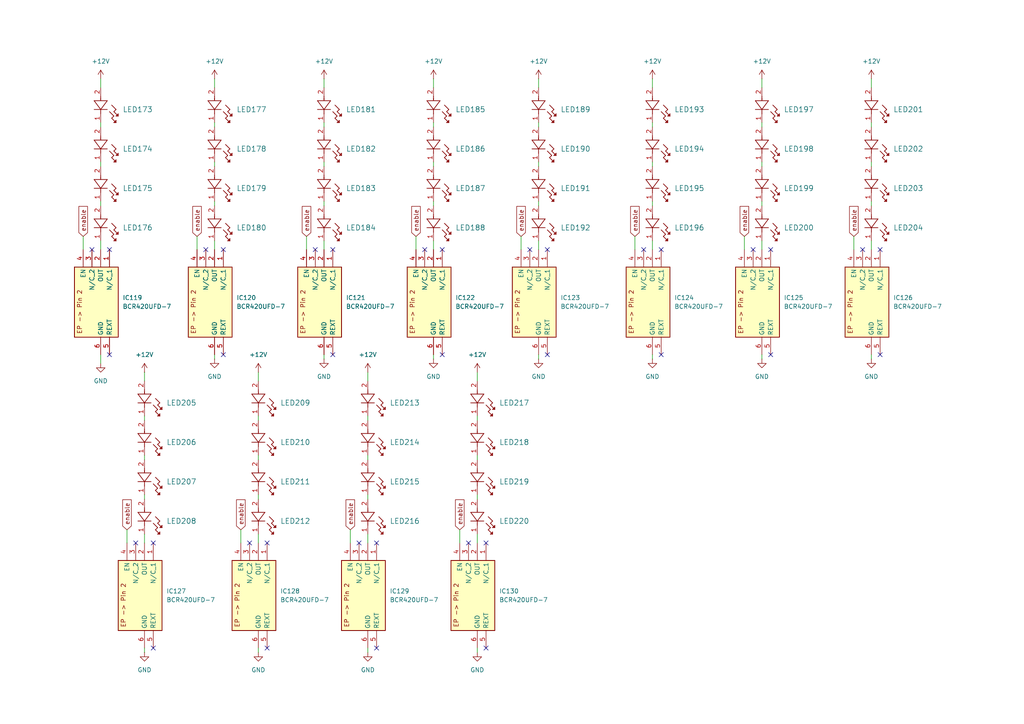
<source format=kicad_sch>
(kicad_sch (version 20250114) (generator "eeschema") (generator_version "9.0")
  (paper "A4")
  (no_connect (at 158.75 72.39))
  (no_connect (at 77.47 157.48))
  (no_connect (at 77.47 187.96))
  (no_connect (at 96.52 72.39))
  (no_connect (at 158.75 102.87))
  (no_connect (at 250.19 72.39))
  (no_connect (at 72.39 157.48))
  (no_connect (at 109.22 157.48))
  (no_connect (at 223.52 102.87))
  (no_connect (at 128.27 72.39))
  (no_connect (at 135.89 157.48))
  (no_connect (at 91.44 72.39))
  (no_connect (at 44.45 157.48))
  (no_connect (at 109.22 187.96))
  (no_connect (at 59.69 72.39))
  (no_connect (at 186.69 72.39))
  (no_connect (at 31.75 72.39))
  (no_connect (at 218.44 72.39))
  (no_connect (at 140.97 187.96))
  (no_connect (at 128.27 102.87))
  (no_connect (at 191.77 102.87))
  (no_connect (at 39.37 157.48))
  (no_connect (at 153.67 72.39))
  (no_connect (at 123.19 72.39))
  (no_connect (at 255.27 102.87))
  (no_connect (at 255.27 72.39))
  (no_connect (at 223.52 72.39))
  (no_connect (at 26.67 72.39))
  (no_connect (at 64.77 72.39))
  (no_connect (at 44.45 187.96))
  (no_connect (at 96.52 102.87))
  (no_connect (at 140.97 157.48))
  (no_connect (at 191.77 72.39))
  (no_connect (at 31.75 102.87))
  (no_connect (at 64.77 102.87))
  (no_connect (at 104.14 157.48))
  (wire (pts (xy 252.73 69.85) (xy 252.73 72.39)))
  (wire (pts (xy 93.98 104.14) (xy 93.98 102.87)))
  (wire (pts (xy 93.98 69.85) (xy 93.98 72.39)))
  (wire (pts (xy 93.98 46.99) (xy 93.98 48.26)))
  (wire (pts (xy 36.83 153.67) (xy 36.83 157.48)))
  (wire (pts (xy 138.43 154.94) (xy 138.43 157.48)))
  (wire (pts (xy 252.73 46.99) (xy 252.73 48.26)))
  (wire (pts (xy 74.93 107.95) (xy 74.93 110.49)))
  (wire (pts (xy 138.43 143.51) (xy 138.43 144.78)))
  (wire (pts (xy 74.93 143.51) (xy 74.93 144.78)))
  (wire (pts (xy 62.23 46.99) (xy 62.23 48.26)))
  (wire (pts (xy 220.98 58.42) (xy 220.98 59.69)))
  (wire (pts (xy 247.65 68.58) (xy 247.65 72.39)))
  (wire (pts (xy 74.93 189.23) (xy 74.93 187.96)))
  (wire (pts (xy 125.73 35.56) (xy 125.73 36.83)))
  (wire (pts (xy 41.91 143.51) (xy 41.91 144.78)))
  (wire (pts (xy 156.21 58.42) (xy 156.21 59.69)))
  (wire (pts (xy 41.91 107.95) (xy 41.91 110.49)))
  (wire (pts (xy 156.21 35.56) (xy 156.21 36.83)))
  (wire (pts (xy 220.98 22.86) (xy 220.98 25.4)))
  (wire (pts (xy 106.68 189.23) (xy 106.68 187.96)))
  (wire (pts (xy 252.73 22.86) (xy 252.73 25.4)))
  (wire (pts (xy 74.93 154.94) (xy 74.93 157.48)))
  (wire (pts (xy 57.15 68.58) (xy 57.15 72.39)))
  (wire (pts (xy 62.23 58.42) (xy 62.23 59.69)))
  (wire (pts (xy 106.68 107.95) (xy 106.68 110.49)))
  (wire (pts (xy 62.23 104.14) (xy 62.23 102.87)))
  (wire (pts (xy 189.23 58.42) (xy 189.23 59.69)))
  (wire (pts (xy 189.23 35.56) (xy 189.23 36.83)))
  (wire (pts (xy 184.15 68.58) (xy 184.15 72.39)))
  (wire (pts (xy 156.21 22.86) (xy 156.21 25.4)))
  (wire (pts (xy 24.13 68.58) (xy 24.13 72.39)))
  (wire (pts (xy 133.35 153.67) (xy 133.35 157.48)))
  (wire (pts (xy 151.13 68.58) (xy 151.13 72.39)))
  (wire (pts (xy 125.73 69.85) (xy 125.73 72.39)))
  (wire (pts (xy 189.23 104.14) (xy 189.23 102.87)))
  (wire (pts (xy 106.68 132.08) (xy 106.68 133.35)))
  (wire (pts (xy 62.23 69.85) (xy 62.23 72.39)))
  (wire (pts (xy 220.98 69.85) (xy 220.98 72.39)))
  (wire (pts (xy 41.91 189.23) (xy 41.91 187.96)))
  (wire (pts (xy 125.73 46.99) (xy 125.73 48.26)))
  (wire (pts (xy 125.73 104.14) (xy 125.73 102.87)))
  (wire (pts (xy 189.23 46.99) (xy 189.23 48.26)))
  (wire (pts (xy 220.98 35.56) (xy 220.98 36.83)))
  (wire (pts (xy 41.91 132.08) (xy 41.91 133.35)))
  (wire (pts (xy 138.43 120.65) (xy 138.43 121.92)))
  (wire (pts (xy 29.21 102.87) (xy 29.21 105.41)))
  (wire (pts (xy 138.43 189.23) (xy 138.43 187.96)))
  (wire (pts (xy 252.73 104.14) (xy 252.73 102.87)))
  (wire (pts (xy 189.23 69.85) (xy 189.23 72.39)))
  (wire (pts (xy 156.21 104.14) (xy 156.21 102.87)))
  (wire (pts (xy 156.21 46.99) (xy 156.21 48.26)))
  (wire (pts (xy 220.98 104.14) (xy 220.98 102.87)))
  (wire (pts (xy 74.93 120.65) (xy 74.93 121.92)))
  (wire (pts (xy 93.98 58.42) (xy 93.98 59.69)))
  (wire (pts (xy 220.98 46.99) (xy 220.98 48.26)))
  (wire (pts (xy 101.6 153.67) (xy 101.6 157.48)))
  (wire (pts (xy 252.73 58.42) (xy 252.73 59.69)))
  (wire (pts (xy 29.21 22.86) (xy 29.21 25.4)))
  (wire (pts (xy 41.91 120.65) (xy 41.91 121.92)))
  (wire (pts (xy 93.98 35.56) (xy 93.98 36.83)))
  (wire (pts (xy 125.73 58.42) (xy 125.73 59.69)))
  (wire (pts (xy 74.93 132.08) (xy 74.93 133.35)))
  (wire (pts (xy 93.98 22.86) (xy 93.98 25.4)))
  (wire (pts (xy 29.21 58.42) (xy 29.21 59.69)))
  (wire (pts (xy 252.73 35.56) (xy 252.73 36.83)))
  (wire (pts (xy 62.23 35.56) (xy 62.23 36.83)))
  (wire (pts (xy 106.68 143.51) (xy 106.68 144.78)))
  (wire (pts (xy 215.9 68.58) (xy 215.9 72.39)))
  (wire (pts (xy 62.23 22.86) (xy 62.23 25.4)))
  (wire (pts (xy 69.85 153.67) (xy 69.85 157.48)))
  (wire (pts (xy 189.23 22.86) (xy 189.23 25.4)))
  (wire (pts (xy 125.73 22.86) (xy 125.73 25.4)))
  (wire (pts (xy 29.21 69.85) (xy 29.21 72.39)))
  (wire (pts (xy 88.9 68.58) (xy 88.9 72.39)))
  (wire (pts (xy 106.68 120.65) (xy 106.68 121.92)))
  (wire (pts (xy 120.65 68.58) (xy 120.65 72.39)))
  (wire (pts (xy 29.21 35.56) (xy 29.21 36.83)))
  (wire (pts (xy 138.43 132.08) (xy 138.43 133.35)))
  (wire (pts (xy 29.21 46.99) (xy 29.21 48.26)))
  (wire (pts (xy 106.68 154.94) (xy 106.68 157.48)))
  (wire (pts (xy 41.91 154.94) (xy 41.91 157.48)))
  (wire (pts (xy 138.43 107.95) (xy 138.43 110.49)))
  (wire (pts (xy 156.21 69.85) (xy 156.21 72.39)))
  (global_label "enable" (shape input) (at 101.6 153.67 90) (property "Intersheetrefs" "${INTERSHEET_REFS}" (effects (hide yes))))
  (global_label "enable" (shape input) (at 36.83 153.67 90) (property "Intersheetrefs" "${INTERSHEET_REFS}" (effects (hide yes))))
  (global_label "enable" (shape input) (at 184.15 68.58 90) (property "Intersheetrefs" "${INTERSHEET_REFS}" (effects (hide yes))))
  (global_label "enable" (shape input) (at 151.13 68.58 90) (property "Intersheetrefs" "${INTERSHEET_REFS}" (effects (hide yes))))
  (global_label "enable" (shape input) (at 247.65 68.58 90) (property "Intersheetrefs" "${INTERSHEET_REFS}" (effects (hide yes))))
  (global_label "enable" (shape input) (at 57.15 68.58 90) (property "Intersheetrefs" "${INTERSHEET_REFS}" (effects (hide yes))))
  (global_label "enable" (shape input) (at 215.9 68.58 90) (property "Intersheetrefs" "${INTERSHEET_REFS}" (effects (hide yes))))
  (global_label "enable" (shape input) (at 24.13 68.58 90) (property "Intersheetrefs" "${INTERSHEET_REFS}" (effects (hide yes))))
  (global_label "enable" (shape input) (at 120.65 68.58 90) (property "Intersheetrefs" "${INTERSHEET_REFS}" (effects (hide yes))))
  (global_label "enable" (shape input) (at 133.35 153.67 90) (property "Intersheetrefs" "${INTERSHEET_REFS}" (effects (hide yes))))
  (global_label "enable" (shape input) (at 69.85 153.67 90) (property "Intersheetrefs" "${INTERSHEET_REFS}" (effects (hide yes))))
  (global_label "enable" (shape input) (at 88.9 68.58 90) (property "Intersheetrefs" "${INTERSHEET_REFS}" (effects (hide yes))))
  (symbol (lib_id "Treiber:BCR420UFD-7") (at 77.47 157.48 270) (unit 1) (exclude_from_sim yes)
    (property "Reference" "IC128" (at 81.28 171.4499 90) (effects (justify left)))
    (property "Value" "BCR420UFD-7" (at 81.28 173.9899 90) (effects (justify left)))
    (property "Footprint" "AP2301SN7" (effects (hide yes)))
    (property "Datasheet" "https://www.diodes.com//assets/Datasheets/BCR420UFD-BCR421UFD2.pdf" (effects (hide yes)))
    (property "Description" "Linear LED Driver 200mA 40V U-DFN2020-6" (effects (hide yes)))
    (property "Height" "0.63" (effects (hide yes)))
    (property "Mouser Part Number" "621-BCR420UFD-7" (effects (hide yes)))
    (property "Mouser Price/Stock" "https://www.mouser.co.uk/ProductDetail/Diodes-Incorporated/BCR420UFD-7?qs=5666Nh5RPmYf%2Flo2mZKyZA%3D%3D" (effects (hide yes)))
    (property "Manufacturer_Name" "Diodes Incorporated" (effects (hide yes)))
    (property "Manufacturer_Part_Number" "BCR420UFD-7" (effects (hide yes)))
    (property "Sim.Library" "Lib\\BCR420UFD.lib" (effects (hide yes)))
    (property "Sim.Name" "BCR420UFD" (effects (hide yes)))
    (property "Sim.Device" "SUBCKT" (effects (hide yes)))
    (property "Sim.Pins" "1=1 2=2 3=3 4=4 5=5 6=6" (effects (hide yes)))
  )
  (symbol (lib_id "Projekt:KW_DELPS2.RA-TIVH-FK0PM0-Z555") (at 74.93 110.49 270) (unit 1) (exclude_from_sim yes)
    (property "Reference" "LED209" (at 81.28 116.8399 90) (effects (font (size 1.524 1.524)) (justify left)))
    (property "Value" "KW DELPS2.RA-TIVH-FK0PM0-Z555" (effects (hide yes)))
    (property "Footprint" "LED_KW DELPS2.RA_OSR" (effects (hide yes)))
    (property "Datasheet" "KW DELPS2.RA-TIVH-FK0PM0-Z555" (effects (hide yes)))
    (property "Sim.Library" "Lib\\KW_DELPS2.RA.lib" (effects (hide yes)))
    (property "Sim.Name" "KW_DELPS2.RA_x25y27_typ" (effects (hide yes)))
    (property "Sim.Device" "D" (effects (hide yes)))
    (property "Sim.Pins" "1=A 2=K" (effects (hide yes)))
  )
  (symbol (lib_id "Projekt:KW_DELPS2.RA-TIVH-FK0PM0-Z555") (at 29.21 59.69 270) (unit 1)
    (property "Reference" "LED176" (at 35.56 66.0399 90) (effects (font (size 1.524 1.524)) (justify left)))
    (property "Value" "${SIM.PARAMS}" (effects (hide yes)))
    (property "Footprint" "LED_KW DELPS2.RA_OSR" (effects (hide yes)))
    (property "Datasheet" "KW DELPS2.RA-TIVH-FK0PM0-Z555" (effects (hide yes)))
    (property "Sim.Device" "D" (effects (hide yes)))
    (property "Sim.Pins" "1=A 2=K" (effects (hide yes)))
    (property "Sim.Library" "Lib\\KW_DELPS2.RA.lib" (effects (hide yes)))
    (property "Sim.Name" "KW_DELPS2.RA_x25y27_typ" (effects (hide yes)))
  )
  (symbol (lib_id "power:GND") (at 252.73 104.14 0) (unit 1) (exclude_from_sim yes)
    (property "Reference" "#PWR0178" (effects (hide yes)))
    (property "Value" "GND" (at 252.73 109.22 0))
    (property "Description" "Power symbol creates a global label with name \"GND\" , ground" (effects (hide yes)))
  )
  (symbol (lib_id "Projekt:KW_DELPS2.RA-TIVH-FK0PM0-Z555") (at 220.98 25.4 270) (unit 1) (exclude_from_sim yes)
    (property "Reference" "LED197" (at 227.33 31.7499 90) (effects (font (size 1.524 1.524)) (justify left)))
    (property "Value" "KW DELPS2.RA-TIVH-FK0PM0-Z555" (effects (hide yes)))
    (property "Footprint" "LED_KW DELPS2.RA_OSR" (effects (hide yes)))
    (property "Datasheet" "KW DELPS2.RA-TIVH-FK0PM0-Z555" (effects (hide yes)))
    (property "Sim.Library" "Lib\\KW_DELPS2.RA.lib" (effects (hide yes)))
    (property "Sim.Name" "KW_DELPS2.RA_x25y27_typ" (effects (hide yes)))
    (property "Sim.Device" "D" (effects (hide yes)))
    (property "Sim.Pins" "1=A 2=K" (effects (hide yes)))
  )
  (symbol (lib_id "Projekt:KW_DELPS2.RA-TIVH-FK0PM0-Z555") (at 41.91 133.35 270) (unit 1) (exclude_from_sim yes)
    (property "Reference" "LED207" (at 48.26 139.6999 90) (effects (font (size 1.524 1.524)) (justify left)))
    (property "Value" "KW DELPS2.RA-TIVH-FK0PM0-Z555" (effects (hide yes)))
    (property "Footprint" "LED_KW DELPS2.RA_OSR" (effects (hide yes)))
    (property "Datasheet" "KW DELPS2.RA-TIVH-FK0PM0-Z555" (effects (hide yes)))
    (property "Sim.Library" "Lib\\KW_DELPS2.RA.lib" (effects (hide yes)))
    (property "Sim.Name" "KW_DELPS2.RA_x25y27_typ" (effects (hide yes)))
    (property "Sim.Device" "D" (effects (hide yes)))
    (property "Sim.Pins" "1=A 2=K" (effects (hide yes)))
  )
  (symbol (lib_id "Projekt:KW_DELPS2.RA-TIVH-FK0PM0-Z555") (at 74.93 133.35 270) (unit 1) (exclude_from_sim yes)
    (property "Reference" "LED211" (at 81.28 139.6999 90) (effects (font (size 1.524 1.524)) (justify left)))
    (property "Value" "KW DELPS2.RA-TIVH-FK0PM0-Z555" (effects (hide yes)))
    (property "Footprint" "LED_KW DELPS2.RA_OSR" (effects (hide yes)))
    (property "Datasheet" "KW DELPS2.RA-TIVH-FK0PM0-Z555" (effects (hide yes)))
    (property "Sim.Library" "Lib\\KW_DELPS2.RA.lib" (effects (hide yes)))
    (property "Sim.Name" "KW_DELPS2.RA_x25y27_typ" (effects (hide yes)))
    (property "Sim.Device" "D" (effects (hide yes)))
    (property "Sim.Pins" "1=A 2=K" (effects (hide yes)))
  )
  (symbol (lib_id "power:+12V") (at 74.93 107.95 0) (unit 1) (exclude_from_sim yes)
    (property "Reference" "#PWR0183" (effects (hide yes)))
    (property "Value" "+12V" (at 74.93 102.87 0))
    (property "Description" "Power symbol creates a global label with name \"+12V\"" (effects (hide yes)))
  )
  (symbol (lib_id "Projekt:KW_DELPS2.RA-TIVH-FK0PM0-Z555") (at 93.98 59.69 270) (unit 1) (exclude_from_sim yes)
    (property "Reference" "LED184" (at 100.33 66.0399 90) (effects (font (size 1.524 1.524)) (justify left)))
    (property "Value" "KW DELPS2.RA-TIVH-FK0PM0-Z555" (effects (hide yes)))
    (property "Footprint" "LED_KW DELPS2.RA_OSR" (effects (hide yes)))
    (property "Datasheet" "KW DELPS2.RA-TIVH-FK0PM0-Z555" (effects (hide yes)))
    (property "Sim.Library" "Lib\\KW_DELPS2.RA.lib" (effects (hide yes)))
    (property "Sim.Name" "KW_DELPS2.RA_x25y27_typ" (effects (hide yes)))
    (property "Sim.Device" "D" (effects (hide yes)))
    (property "Sim.Pins" "1=A 2=K" (effects (hide yes)))
  )
  (symbol (lib_id "Projekt:KW_DELPS2.RA-TIVH-FK0PM0-Z555") (at 220.98 48.26 270) (unit 1) (exclude_from_sim yes)
    (property "Reference" "LED199" (at 227.33 54.6099 90) (effects (font (size 1.524 1.524)) (justify left)))
    (property "Value" "KW DELPS2.RA-TIVH-FK0PM0-Z555" (effects (hide yes)))
    (property "Footprint" "LED_KW DELPS2.RA_OSR" (effects (hide yes)))
    (property "Datasheet" "KW DELPS2.RA-TIVH-FK0PM0-Z555" (effects (hide yes)))
    (property "Sim.Library" "Lib\\KW_DELPS2.RA.lib" (effects (hide yes)))
    (property "Sim.Name" "KW_DELPS2.RA_x25y27_typ" (effects (hide yes)))
    (property "Sim.Device" "D" (effects (hide yes)))
    (property "Sim.Pins" "1=A 2=K" (effects (hide yes)))
  )
  (symbol (lib_id "power:+12V") (at 252.73 22.86 0) (unit 1) (exclude_from_sim yes)
    (property "Reference" "#PWR0177" (effects (hide yes)))
    (property "Value" "+12V" (at 252.73 17.78 0))
    (property "Description" "Power symbol creates a global label with name \"+12V\"" (effects (hide yes)))
  )
  (symbol (lib_id "Projekt:KW_DELPS2.RA-TIVH-FK0PM0-Z555") (at 189.23 36.83 270) (unit 1) (exclude_from_sim yes)
    (property "Reference" "LED194" (at 195.58 43.1799 90) (effects (font (size 1.524 1.524)) (justify left)))
    (property "Value" "KW DELPS2.RA-TIVH-FK0PM0-Z555" (effects (hide yes)))
    (property "Footprint" "LED_KW DELPS2.RA_OSR" (effects (hide yes)))
    (property "Datasheet" "KW DELPS2.RA-TIVH-FK0PM0-Z555" (effects (hide yes)))
    (property "Sim.Library" "Lib\\KW_DELPS2.RA.lib" (effects (hide yes)))
    (property "Sim.Name" "KW_DELPS2.RA_x25y27_typ" (effects (hide yes)))
    (property "Sim.Device" "D" (effects (hide yes)))
    (property "Sim.Pins" "1=A 2=K" (effects (hide yes)))
  )
  (symbol (lib_id "power:GND") (at 41.91 189.23 0) (unit 1) (exclude_from_sim yes)
    (property "Reference" "#PWR0181" (effects (hide yes)))
    (property "Value" "GND" (at 41.91 194.31 0))
    (property "Description" "Power symbol creates a global label with name \"GND\" , ground" (effects (hide yes)))
  )
  (symbol (lib_id "Projekt:KW_DELPS2.RA-TIVH-FK0PM0-Z555") (at 138.43 121.92 270) (unit 1) (exclude_from_sim yes)
    (property "Reference" "LED218" (at 144.78 128.2699 90) (effects (font (size 1.524 1.524)) (justify left)))
    (property "Value" "KW DELPS2.RA-TIVH-FK0PM0-Z555" (effects (hide yes)))
    (property "Footprint" "LED_KW DELPS2.RA_OSR" (effects (hide yes)))
    (property "Datasheet" "KW DELPS2.RA-TIVH-FK0PM0-Z555" (effects (hide yes)))
    (property "Sim.Library" "Lib\\KW_DELPS2.RA.lib" (effects (hide yes)))
    (property "Sim.Name" "KW_DELPS2.RA_x25y27_typ" (effects (hide yes)))
    (property "Sim.Device" "D" (effects (hide yes)))
    (property "Sim.Pins" "1=A 2=K" (effects (hide yes)))
  )
  (symbol (lib_id "Projekt:KW_DELPS2.RA-TIVH-FK0PM0-Z555") (at 93.98 36.83 270) (unit 1) (exclude_from_sim yes)
    (property "Reference" "LED182" (at 100.33 43.1799 90) (effects (font (size 1.524 1.524)) (justify left)))
    (property "Value" "KW DELPS2.RA-TIVH-FK0PM0-Z555" (effects (hide yes)))
    (property "Footprint" "LED_KW DELPS2.RA_OSR" (effects (hide yes)))
    (property "Datasheet" "KW DELPS2.RA-TIVH-FK0PM0-Z555" (effects (hide yes)))
    (property "Sim.Library" "Lib\\KW_DELPS2.RA.lib" (effects (hide yes)))
    (property "Sim.Name" "KW_DELPS2.RA_x25y27_typ" (effects (hide yes)))
    (property "Sim.Device" "D" (effects (hide yes)))
    (property "Sim.Pins" "1=A 2=K" (effects (hide yes)))
  )
  (symbol (lib_id "Treiber:BCR420UFD-7") (at 96.52 72.39 270) (unit 1) (exclude_from_sim yes)
    (property "Reference" "IC121" (at 100.33 86.3599 90) (effects (justify left)))
    (property "Value" "BCR420UFD-7" (at 100.33 88.8999 90) (effects (justify left)))
    (property "Footprint" "AP2301SN7" (effects (hide yes)))
    (property "Datasheet" "https://www.diodes.com//assets/Datasheets/BCR420UFD-BCR421UFD2.pdf" (effects (hide yes)))
    (property "Description" "Linear LED Driver 200mA 40V U-DFN2020-6" (effects (hide yes)))
    (property "Height" "0.63" (effects (hide yes)))
    (property "Mouser Part Number" "621-BCR420UFD-7" (effects (hide yes)))
    (property "Mouser Price/Stock" "https://www.mouser.co.uk/ProductDetail/Diodes-Incorporated/BCR420UFD-7?qs=5666Nh5RPmYf%2Flo2mZKyZA%3D%3D" (effects (hide yes)))
    (property "Manufacturer_Name" "Diodes Incorporated" (effects (hide yes)))
    (property "Manufacturer_Part_Number" "BCR420UFD-7" (effects (hide yes)))
    (property "Sim.Library" "Lib\\BCR420UFD.lib" (effects (hide yes)))
    (property "Sim.Name" "BCR420UFD" (effects (hide yes)))
    (property "Sim.Device" "SUBCKT" (effects (hide yes)))
    (property "Sim.Pins" "1=1 2=2 3=3 4=4 5=5 6=6" (effects (hide yes)))
  )
  (symbol (lib_id "power:+12V") (at 62.23 22.86 0) (unit 1) (exclude_from_sim yes)
    (property "Reference" "#PWR0159" (effects (hide yes)))
    (property "Value" "+12V" (at 62.23 17.78 0))
    (property "Description" "Power symbol creates a global label with name \"+12V\"" (effects (hide yes)))
  )
  (symbol (lib_id "power:+12V") (at 138.43 107.95 0) (unit 1) (exclude_from_sim yes)
    (property "Reference" "#PWR0189" (effects (hide yes)))
    (property "Value" "+12V" (at 138.43 102.87 0))
    (property "Description" "Power symbol creates a global label with name \"+12V\"" (effects (hide yes)))
  )
  (symbol (lib_id "Projekt:KW_DELPS2.RA-TIVH-FK0PM0-Z555") (at 62.23 48.26 270) (unit 1) (exclude_from_sim yes)
    (property "Reference" "LED179" (at 68.58 54.6099 90) (effects (font (size 1.524 1.524)) (justify left)))
    (property "Value" "KW DELPS2.RA-TIVH-FK0PM0-Z555" (effects (hide yes)))
    (property "Footprint" "LED_KW DELPS2.RA_OSR" (effects (hide yes)))
    (property "Datasheet" "KW DELPS2.RA-TIVH-FK0PM0-Z555" (effects (hide yes)))
    (property "Sim.Library" "Lib\\KW_DELPS2.RA.lib" (effects (hide yes)))
    (property "Sim.Name" "KW_DELPS2.RA_x25y27_typ" (effects (hide yes)))
    (property "Sim.Device" "D" (effects (hide yes)))
    (property "Sim.Pins" "1=A 2=K" (effects (hide yes)))
  )
  (symbol (lib_id "Projekt:KW_DELPS2.RA-TIVH-FK0PM0-Z555") (at 74.93 144.78 270) (unit 1) (exclude_from_sim yes)
    (property "Reference" "LED212" (at 81.28 151.1299 90) (effects (font (size 1.524 1.524)) (justify left)))
    (property "Value" "KW DELPS2.RA-TIVH-FK0PM0-Z555" (effects (hide yes)))
    (property "Footprint" "LED_KW DELPS2.RA_OSR" (effects (hide yes)))
    (property "Datasheet" "KW DELPS2.RA-TIVH-FK0PM0-Z555" (effects (hide yes)))
    (property "Sim.Library" "Lib\\KW_DELPS2.RA.lib" (effects (hide yes)))
    (property "Sim.Name" "KW_DELPS2.RA_x25y27_typ" (effects (hide yes)))
    (property "Sim.Device" "D" (effects (hide yes)))
    (property "Sim.Pins" "1=A 2=K" (effects (hide yes)))
  )
  (symbol (lib_id "Projekt:KW_DELPS2.RA-TIVH-FK0PM0-Z555") (at 125.73 59.69 270) (unit 1) (exclude_from_sim yes)
    (property "Reference" "LED188" (at 132.08 66.0399 90) (effects (font (size 1.524 1.524)) (justify left)))
    (property "Value" "KW DELPS2.RA-TIVH-FK0PM0-Z555" (effects (hide yes)))
    (property "Footprint" "LED_KW DELPS2.RA_OSR" (effects (hide yes)))
    (property "Datasheet" "KW DELPS2.RA-TIVH-FK0PM0-Z555" (effects (hide yes)))
    (property "Sim.Library" "Lib\\KW_DELPS2.RA.lib" (effects (hide yes)))
    (property "Sim.Name" "KW_DELPS2.RA_x25y27_typ" (effects (hide yes)))
    (property "Sim.Device" "D" (effects (hide yes)))
    (property "Sim.Pins" "1=A 2=K" (effects (hide yes)))
  )
  (symbol (lib_id "Projekt:KW_DELPS2.RA-TIVH-FK0PM0-Z555") (at 74.93 121.92 270) (unit 1) (exclude_from_sim yes)
    (property "Reference" "LED210" (at 81.28 128.2699 90) (effects (font (size 1.524 1.524)) (justify left)))
    (property "Value" "KW DELPS2.RA-TIVH-FK0PM0-Z555" (effects (hide yes)))
    (property "Footprint" "LED_KW DELPS2.RA_OSR" (effects (hide yes)))
    (property "Datasheet" "KW DELPS2.RA-TIVH-FK0PM0-Z555" (effects (hide yes)))
    (property "Sim.Library" "Lib\\KW_DELPS2.RA.lib" (effects (hide yes)))
    (property "Sim.Name" "KW_DELPS2.RA_x25y27_typ" (effects (hide yes)))
    (property "Sim.Device" "D" (effects (hide yes)))
    (property "Sim.Pins" "1=A 2=K" (effects (hide yes)))
  )
  (symbol (lib_id "Projekt:KW_DELPS2.RA-TIVH-FK0PM0-Z555") (at 29.21 48.26 270) (unit 1)
    (property "Reference" "LED175" (at 35.56 54.6099 90) (effects (font (size 1.524 1.524)) (justify left)))
    (property "Value" "${SIM.PARAMS}" (effects (hide yes)))
    (property "Footprint" "LED_KW DELPS2.RA_OSR" (effects (hide yes)))
    (property "Datasheet" "KW DELPS2.RA-TIVH-FK0PM0-Z555" (effects (hide yes)))
    (property "Sim.Device" "D" (effects (hide yes)))
    (property "Sim.Pins" "1=A 2=K" (effects (hide yes)))
    (property "Sim.Library" "Lib\\KW_DELPS2.RA.lib" (effects (hide yes)))
    (property "Sim.Name" "KW_DELPS2.RA_x25y27_typ" (effects (hide yes)))
  )
  (symbol (lib_id "Treiber:BCR420UFD-7") (at 109.22 157.48 270) (unit 1) (exclude_from_sim yes)
    (property "Reference" "IC129" (at 113.03 171.4499 90) (effects (justify left)))
    (property "Value" "BCR420UFD-7" (at 113.03 173.9899 90) (effects (justify left)))
    (property "Footprint" "AP2301SN7" (effects (hide yes)))
    (property "Datasheet" "https://www.diodes.com//assets/Datasheets/BCR420UFD-BCR421UFD2.pdf" (effects (hide yes)))
    (property "Description" "Linear LED Driver 200mA 40V U-DFN2020-6" (effects (hide yes)))
    (property "Height" "0.63" (effects (hide yes)))
    (property "Mouser Part Number" "621-BCR420UFD-7" (effects (hide yes)))
    (property "Mouser Price/Stock" "https://www.mouser.co.uk/ProductDetail/Diodes-Incorporated/BCR420UFD-7?qs=5666Nh5RPmYf%2Flo2mZKyZA%3D%3D" (effects (hide yes)))
    (property "Manufacturer_Name" "Diodes Incorporated" (effects (hide yes)))
    (property "Manufacturer_Part_Number" "BCR420UFD-7" (effects (hide yes)))
    (property "Sim.Library" "Lib\\BCR420UFD.lib" (effects (hide yes)))
    (property "Sim.Name" "BCR420UFD" (effects (hide yes)))
    (property "Sim.Device" "SUBCKT" (effects (hide yes)))
    (property "Sim.Pins" "1=1 2=2 3=3 4=4 5=5 6=6" (effects (hide yes)))
  )
  (symbol (lib_id "Treiber:BCR420UFD-7") (at 128.27 72.39 270) (unit 1) (exclude_from_sim yes)
    (property "Reference" "IC122" (at 132.08 86.3599 90) (effects (justify left)))
    (property "Value" "BCR420UFD-7" (at 132.08 88.8999 90) (effects (justify left)))
    (property "Footprint" "AP2301SN7" (effects (hide yes)))
    (property "Datasheet" "https://www.diodes.com//assets/Datasheets/BCR420UFD-BCR421UFD2.pdf" (effects (hide yes)))
    (property "Description" "Linear LED Driver 200mA 40V U-DFN2020-6" (effects (hide yes)))
    (property "Height" "0.63" (effects (hide yes)))
    (property "Mouser Part Number" "621-BCR420UFD-7" (effects (hide yes)))
    (property "Mouser Price/Stock" "https://www.mouser.co.uk/ProductDetail/Diodes-Incorporated/BCR420UFD-7?qs=5666Nh5RPmYf%2Flo2mZKyZA%3D%3D" (effects (hide yes)))
    (property "Manufacturer_Name" "Diodes Incorporated" (effects (hide yes)))
    (property "Manufacturer_Part_Number" "BCR420UFD-7" (effects (hide yes)))
    (property "Sim.Library" "Lib\\BCR420UFD.lib" (effects (hide yes)))
    (property "Sim.Name" "BCR420UFD" (effects (hide yes)))
    (property "Sim.Device" "SUBCKT" (effects (hide yes)))
    (property "Sim.Pins" "1=1 2=2 3=3 4=4 5=5 6=6" (effects (hide yes)))
  )
  (symbol (lib_id "Projekt:KW_DELPS2.RA-TIVH-FK0PM0-Z555") (at 106.68 144.78 270) (unit 1) (exclude_from_sim yes)
    (property "Reference" "LED216" (at 113.03 151.1299 90) (effects (font (size 1.524 1.524)) (justify left)))
    (property "Value" "KW DELPS2.RA-TIVH-FK0PM0-Z555" (effects (hide yes)))
    (property "Footprint" "LED_KW DELPS2.RA_OSR" (effects (hide yes)))
    (property "Datasheet" "KW DELPS2.RA-TIVH-FK0PM0-Z555" (effects (hide yes)))
    (property "Sim.Library" "Lib\\KW_DELPS2.RA.lib" (effects (hide yes)))
    (property "Sim.Name" "KW_DELPS2.RA_x25y27_typ" (effects (hide yes)))
    (property "Sim.Device" "D" (effects (hide yes)))
    (property "Sim.Pins" "1=A 2=K" (effects (hide yes)))
  )
  (symbol (lib_id "Projekt:KW_DELPS2.RA-TIVH-FK0PM0-Z555") (at 220.98 36.83 270) (unit 1) (exclude_from_sim yes)
    (property "Reference" "LED198" (at 227.33 43.1799 90) (effects (font (size 1.524 1.524)) (justify left)))
    (property "Value" "KW DELPS2.RA-TIVH-FK0PM0-Z555" (effects (hide yes)))
    (property "Footprint" "LED_KW DELPS2.RA_OSR" (effects (hide yes)))
    (property "Datasheet" "KW DELPS2.RA-TIVH-FK0PM0-Z555" (effects (hide yes)))
    (property "Sim.Library" "Lib\\KW_DELPS2.RA.lib" (effects (hide yes)))
    (property "Sim.Name" "KW_DELPS2.RA_x25y27_typ" (effects (hide yes)))
    (property "Sim.Device" "D" (effects (hide yes)))
    (property "Sim.Pins" "1=A 2=K" (effects (hide yes)))
  )
  (symbol (lib_id "Projekt:KW_DELPS2.RA-TIVH-FK0PM0-Z555") (at 138.43 144.78 270) (unit 1) (exclude_from_sim yes)
    (property "Reference" "LED220" (at 144.78 151.1299 90) (effects (font (size 1.524 1.524)) (justify left)))
    (property "Value" "KW DELPS2.RA-TIVH-FK0PM0-Z555" (effects (hide yes)))
    (property "Footprint" "LED_KW DELPS2.RA_OSR" (effects (hide yes)))
    (property "Datasheet" "KW DELPS2.RA-TIVH-FK0PM0-Z555" (effects (hide yes)))
    (property "Sim.Library" "Lib\\KW_DELPS2.RA.lib" (effects (hide yes)))
    (property "Sim.Name" "KW_DELPS2.RA_x25y27_typ" (effects (hide yes)))
    (property "Sim.Device" "D" (effects (hide yes)))
    (property "Sim.Pins" "1=A 2=K" (effects (hide yes)))
  )
  (symbol (lib_id "Treiber:BCR420UFD-7") (at 191.77 72.39 270) (unit 1) (exclude_from_sim yes)
    (property "Reference" "IC124" (at 195.58 86.3599 90) (effects (justify left)))
    (property "Value" "BCR420UFD-7" (at 195.58 88.8999 90) (effects (justify left)))
    (property "Footprint" "AP2301SN7" (effects (hide yes)))
    (property "Datasheet" "https://www.diodes.com//assets/Datasheets/BCR420UFD-BCR421UFD2.pdf" (effects (hide yes)))
    (property "Description" "Linear LED Driver 200mA 40V U-DFN2020-6" (effects (hide yes)))
    (property "Height" "0.63" (effects (hide yes)))
    (property "Mouser Part Number" "621-BCR420UFD-7" (effects (hide yes)))
    (property "Mouser Price/Stock" "https://www.mouser.co.uk/ProductDetail/Diodes-Incorporated/BCR420UFD-7?qs=5666Nh5RPmYf%2Flo2mZKyZA%3D%3D" (effects (hide yes)))
    (property "Manufacturer_Name" "Diodes Incorporated" (effects (hide yes)))
    (property "Manufacturer_Part_Number" "BCR420UFD-7" (effects (hide yes)))
    (property "Sim.Library" "Lib\\BCR420UFD.lib" (effects (hide yes)))
    (property "Sim.Name" "BCR420UFD" (effects (hide yes)))
    (property "Sim.Device" "SUBCKT" (effects (hide yes)))
    (property "Sim.Pins" "1=1 2=2 3=3 4=4 5=5 6=6" (effects (hide yes)))
  )
  (symbol (lib_id "Projekt:KW_DELPS2.RA-TIVH-FK0PM0-Z555") (at 62.23 36.83 270) (unit 1) (exclude_from_sim yes)
    (property "Reference" "LED178" (at 68.58 43.1799 90) (effects (font (size 1.524 1.524)) (justify left)))
    (property "Value" "KW DELPS2.RA-TIVH-FK0PM0-Z555" (effects (hide yes)))
    (property "Footprint" "LED_KW DELPS2.RA_OSR" (effects (hide yes)))
    (property "Datasheet" "KW DELPS2.RA-TIVH-FK0PM0-Z555" (effects (hide yes)))
    (property "Sim.Library" "Lib\\KW_DELPS2.RA.lib" (effects (hide yes)))
    (property "Sim.Name" "KW_DELPS2.RA_x25y27_typ" (effects (hide yes)))
    (property "Sim.Device" "D" (effects (hide yes)))
    (property "Sim.Pins" "1=A 2=K" (effects (hide yes)))
  )
  (symbol (lib_id "power:GND") (at 62.23 104.14 0) (unit 1) (exclude_from_sim yes)
    (property "Reference" "#PWR0160" (effects (hide yes)))
    (property "Value" "GND" (at 62.23 109.22 0))
    (property "Description" "Power symbol creates a global label with name \"GND\" , ground" (effects (hide yes)))
  )
  (symbol (lib_id "power:+12V") (at 106.68 107.95 0) (unit 1) (exclude_from_sim yes)
    (property "Reference" "#PWR0186" (effects (hide yes)))
    (property "Value" "+12V" (at 106.68 102.87 0))
    (property "Description" "Power symbol creates a global label with name \"+12V\"" (effects (hide yes)))
  )
  (symbol (lib_id "power:GND") (at 189.23 104.14 0) (unit 1) (exclude_from_sim yes)
    (property "Reference" "#PWR0172" (effects (hide yes)))
    (property "Value" "GND" (at 189.23 109.22 0))
    (property "Description" "Power symbol creates a global label with name \"GND\" , ground" (effects (hide yes)))
  )
  (symbol (lib_id "Projekt:KW_DELPS2.RA-TIVH-FK0PM0-Z555") (at 125.73 36.83 270) (unit 1) (exclude_from_sim yes)
    (property "Reference" "LED186" (at 132.08 43.1799 90) (effects (font (size 1.524 1.524)) (justify left)))
    (property "Value" "KW DELPS2.RA-TIVH-FK0PM0-Z555" (effects (hide yes)))
    (property "Footprint" "LED_KW DELPS2.RA_OSR" (effects (hide yes)))
    (property "Datasheet" "KW DELPS2.RA-TIVH-FK0PM0-Z555" (effects (hide yes)))
    (property "Sim.Library" "Lib\\KW_DELPS2.RA.lib" (effects (hide yes)))
    (property "Sim.Name" "KW_DELPS2.RA_x25y27_typ" (effects (hide yes)))
    (property "Sim.Device" "D" (effects (hide yes)))
    (property "Sim.Pins" "1=A 2=K" (effects (hide yes)))
  )
  (symbol (lib_id "Projekt:KW_DELPS2.RA-TIVH-FK0PM0-Z555") (at 106.68 133.35 270) (unit 1) (exclude_from_sim yes)
    (property "Reference" "LED215" (at 113.03 139.6999 90) (effects (font (size 1.524 1.524)) (justify left)))
    (property "Value" "KW DELPS2.RA-TIVH-FK0PM0-Z555" (effects (hide yes)))
    (property "Footprint" "LED_KW DELPS2.RA_OSR" (effects (hide yes)))
    (property "Datasheet" "KW DELPS2.RA-TIVH-FK0PM0-Z555" (effects (hide yes)))
    (property "Sim.Library" "Lib\\KW_DELPS2.RA.lib" (effects (hide yes)))
    (property "Sim.Name" "KW_DELPS2.RA_x25y27_typ" (effects (hide yes)))
    (property "Sim.Device" "D" (effects (hide yes)))
    (property "Sim.Pins" "1=A 2=K" (effects (hide yes)))
  )
  (symbol (lib_id "Treiber:BCR420UFD-7") (at 223.52 72.39 270) (unit 1) (exclude_from_sim yes)
    (property "Reference" "IC125" (at 227.33 86.3599 90) (effects (justify left)))
    (property "Value" "BCR420UFD-7" (at 227.33 88.8999 90) (effects (justify left)))
    (property "Footprint" "AP2301SN7" (effects (hide yes)))
    (property "Datasheet" "https://www.diodes.com//assets/Datasheets/BCR420UFD-BCR421UFD2.pdf" (effects (hide yes)))
    (property "Description" "Linear LED Driver 200mA 40V U-DFN2020-6" (effects (hide yes)))
    (property "Height" "0.63" (effects (hide yes)))
    (property "Mouser Part Number" "621-BCR420UFD-7" (effects (hide yes)))
    (property "Mouser Price/Stock" "https://www.mouser.co.uk/ProductDetail/Diodes-Incorporated/BCR420UFD-7?qs=5666Nh5RPmYf%2Flo2mZKyZA%3D%3D" (effects (hide yes)))
    (property "Manufacturer_Name" "Diodes Incorporated" (effects (hide yes)))
    (property "Manufacturer_Part_Number" "BCR420UFD-7" (effects (hide yes)))
    (property "Sim.Library" "Lib\\BCR420UFD.lib" (effects (hide yes)))
    (property "Sim.Name" "BCR420UFD" (effects (hide yes)))
    (property "Sim.Device" "SUBCKT" (effects (hide yes)))
    (property "Sim.Pins" "1=1 2=2 3=3 4=4 5=5 6=6" (effects (hide yes)))
  )
  (symbol (lib_id "Projekt:KW_DELPS2.RA-TIVH-FK0PM0-Z555") (at 41.91 144.78 270) (unit 1) (exclude_from_sim yes)
    (property "Reference" "LED208" (at 48.26 151.1299 90) (effects (font (size 1.524 1.524)) (justify left)))
    (property "Value" "KW DELPS2.RA-TIVH-FK0PM0-Z555" (effects (hide yes)))
    (property "Footprint" "LED_KW DELPS2.RA_OSR" (effects (hide yes)))
    (property "Datasheet" "KW DELPS2.RA-TIVH-FK0PM0-Z555" (effects (hide yes)))
    (property "Sim.Library" "Lib\\KW_DELPS2.RA.lib" (effects (hide yes)))
    (property "Sim.Name" "KW_DELPS2.RA_x25y27_typ" (effects (hide yes)))
    (property "Sim.Device" "D" (effects (hide yes)))
    (property "Sim.Pins" "1=A 2=K" (effects (hide yes)))
  )
  (symbol (lib_id "Projekt:KW_DELPS2.RA-TIVH-FK0PM0-Z555") (at 252.73 59.69 270) (unit 1) (exclude_from_sim yes)
    (property "Reference" "LED204" (at 259.08 66.0399 90) (effects (font (size 1.524 1.524)) (justify left)))
    (property "Value" "KW DELPS2.RA-TIVH-FK0PM0-Z555" (effects (hide yes)))
    (property "Footprint" "LED_KW DELPS2.RA_OSR" (effects (hide yes)))
    (property "Datasheet" "KW DELPS2.RA-TIVH-FK0PM0-Z555" (effects (hide yes)))
    (property "Sim.Library" "Lib\\KW_DELPS2.RA.lib" (effects (hide yes)))
    (property "Sim.Name" "KW_DELPS2.RA_x25y27_typ" (effects (hide yes)))
    (property "Sim.Device" "D" (effects (hide yes)))
    (property "Sim.Pins" "1=A 2=K" (effects (hide yes)))
  )
  (symbol (lib_id "Treiber:BCR420UFD-7") (at 255.27 72.39 270) (unit 1) (exclude_from_sim yes)
    (property "Reference" "IC126" (at 259.08 86.3599 90) (effects (justify left)))
    (property "Value" "BCR420UFD-7" (at 259.08 88.8999 90) (effects (justify left)))
    (property "Footprint" "AP2301SN7" (effects (hide yes)))
    (property "Datasheet" "https://www.diodes.com//assets/Datasheets/BCR420UFD-BCR421UFD2.pdf" (effects (hide yes)))
    (property "Description" "Linear LED Driver 200mA 40V U-DFN2020-6" (effects (hide yes)))
    (property "Height" "0.63" (effects (hide yes)))
    (property "Mouser Part Number" "621-BCR420UFD-7" (effects (hide yes)))
    (property "Mouser Price/Stock" "https://www.mouser.co.uk/ProductDetail/Diodes-Incorporated/BCR420UFD-7?qs=5666Nh5RPmYf%2Flo2mZKyZA%3D%3D" (effects (hide yes)))
    (property "Manufacturer_Name" "Diodes Incorporated" (effects (hide yes)))
    (property "Manufacturer_Part_Number" "BCR420UFD-7" (effects (hide yes)))
    (property "Sim.Library" "Lib\\BCR420UFD.lib" (effects (hide yes)))
    (property "Sim.Name" "BCR420UFD" (effects (hide yes)))
    (property "Sim.Device" "SUBCKT" (effects (hide yes)))
    (property "Sim.Pins" "1=1 2=2 3=3 4=4 5=5 6=6" (effects (hide yes)))
  )
  (symbol (lib_id "power:GND") (at 156.21 104.14 0) (unit 1) (exclude_from_sim yes)
    (property "Reference" "#PWR0169" (effects (hide yes)))
    (property "Value" "GND" (at 156.21 109.22 0))
    (property "Description" "Power symbol creates a global label with name \"GND\" , ground" (effects (hide yes)))
  )
  (symbol (lib_id "Projekt:KW_DELPS2.RA-TIVH-FK0PM0-Z555") (at 62.23 59.69 270) (unit 1) (exclude_from_sim yes)
    (property "Reference" "LED180" (at 68.58 66.0399 90) (effects (font (size 1.524 1.524)) (justify left)))
    (property "Value" "KW DELPS2.RA-TIVH-FK0PM0-Z555" (effects (hide yes)))
    (property "Footprint" "LED_KW DELPS2.RA_OSR" (effects (hide yes)))
    (property "Datasheet" "KW DELPS2.RA-TIVH-FK0PM0-Z555" (effects (hide yes)))
    (property "Sim.Library" "Lib\\KW_DELPS2.RA.lib" (effects (hide yes)))
    (property "Sim.Name" "KW_DELPS2.RA_x25y27_typ" (effects (hide yes)))
    (property "Sim.Device" "D" (effects (hide yes)))
    (property "Sim.Pins" "1=A 2=K" (effects (hide yes)))
  )
  (symbol (lib_id "Projekt:KW_DELPS2.RA-TIVH-FK0PM0-Z555") (at 93.98 48.26 270) (unit 1) (exclude_from_sim yes)
    (property "Reference" "LED183" (at 100.33 54.6099 90) (effects (font (size 1.524 1.524)) (justify left)))
    (property "Value" "KW DELPS2.RA-TIVH-FK0PM0-Z555" (effects (hide yes)))
    (property "Footprint" "LED_KW DELPS2.RA_OSR" (effects (hide yes)))
    (property "Datasheet" "KW DELPS2.RA-TIVH-FK0PM0-Z555" (effects (hide yes)))
    (property "Sim.Library" "Lib\\KW_DELPS2.RA.lib" (effects (hide yes)))
    (property "Sim.Name" "KW_DELPS2.RA_x25y27_typ" (effects (hide yes)))
    (property "Sim.Device" "D" (effects (hide yes)))
    (property "Sim.Pins" "1=A 2=K" (effects (hide yes)))
  )
  (symbol (lib_id "Projekt:KW_DELPS2.RA-TIVH-FK0PM0-Z555") (at 138.43 110.49 270) (unit 1) (exclude_from_sim yes)
    (property "Reference" "LED217" (at 144.78 116.8399 90) (effects (font (size 1.524 1.524)) (justify left)))
    (property "Value" "KW DELPS2.RA-TIVH-FK0PM0-Z555" (effects (hide yes)))
    (property "Footprint" "LED_KW DELPS2.RA_OSR" (effects (hide yes)))
    (property "Datasheet" "KW DELPS2.RA-TIVH-FK0PM0-Z555" (effects (hide yes)))
    (property "Sim.Library" "Lib\\KW_DELPS2.RA.lib" (effects (hide yes)))
    (property "Sim.Name" "KW_DELPS2.RA_x25y27_typ" (effects (hide yes)))
    (property "Sim.Device" "D" (effects (hide yes)))
    (property "Sim.Pins" "1=A 2=K" (effects (hide yes)))
  )
  (symbol (lib_id "Projekt:KW_DELPS2.RA-TIVH-FK0PM0-Z555") (at 106.68 121.92 270) (unit 1) (exclude_from_sim yes)
    (property "Reference" "LED214" (at 113.03 128.2699 90) (effects (font (size 1.524 1.524)) (justify left)))
    (property "Value" "KW DELPS2.RA-TIVH-FK0PM0-Z555" (effects (hide yes)))
    (property "Footprint" "LED_KW DELPS2.RA_OSR" (effects (hide yes)))
    (property "Datasheet" "KW DELPS2.RA-TIVH-FK0PM0-Z555" (effects (hide yes)))
    (property "Sim.Library" "Lib\\KW_DELPS2.RA.lib" (effects (hide yes)))
    (property "Sim.Name" "KW_DELPS2.RA_x25y27_typ" (effects (hide yes)))
    (property "Sim.Device" "D" (effects (hide yes)))
    (property "Sim.Pins" "1=A 2=K" (effects (hide yes)))
  )
  (symbol (lib_id "Treiber:BCR420UFD-7") (at 158.75 72.39 270) (unit 1) (exclude_from_sim yes)
    (property "Reference" "IC123" (at 162.56 86.3599 90) (effects (justify left)))
    (property "Value" "BCR420UFD-7" (at 162.56 88.8999 90) (effects (justify left)))
    (property "Footprint" "AP2301SN7" (effects (hide yes)))
    (property "Datasheet" "https://www.diodes.com//assets/Datasheets/BCR420UFD-BCR421UFD2.pdf" (effects (hide yes)))
    (property "Description" "Linear LED Driver 200mA 40V U-DFN2020-6" (effects (hide yes)))
    (property "Height" "0.63" (effects (hide yes)))
    (property "Mouser Part Number" "621-BCR420UFD-7" (effects (hide yes)))
    (property "Mouser Price/Stock" "https://www.mouser.co.uk/ProductDetail/Diodes-Incorporated/BCR420UFD-7?qs=5666Nh5RPmYf%2Flo2mZKyZA%3D%3D" (effects (hide yes)))
    (property "Manufacturer_Name" "Diodes Incorporated" (effects (hide yes)))
    (property "Manufacturer_Part_Number" "BCR420UFD-7" (effects (hide yes)))
    (property "Sim.Library" "Lib\\BCR420UFD.lib" (effects (hide yes)))
    (property "Sim.Name" "BCR420UFD" (effects (hide yes)))
    (property "Sim.Device" "SUBCKT" (effects (hide yes)))
    (property "Sim.Pins" "1=1 2=2 3=3 4=4 5=5 6=6" (effects (hide yes)))
  )
  (symbol (lib_id "Treiber:BCR420UFD-7") (at 140.97 157.48 270) (unit 1) (exclude_from_sim yes)
    (property "Reference" "IC130" (at 144.78 171.4499 90) (effects (justify left)))
    (property "Value" "BCR420UFD-7" (at 144.78 173.9899 90) (effects (justify left)))
    (property "Footprint" "AP2301SN7" (effects (hide yes)))
    (property "Datasheet" "https://www.diodes.com//assets/Datasheets/BCR420UFD-BCR421UFD2.pdf" (effects (hide yes)))
    (property "Description" "Linear LED Driver 200mA 40V U-DFN2020-6" (effects (hide yes)))
    (property "Height" "0.63" (effects (hide yes)))
    (property "Mouser Part Number" "621-BCR420UFD-7" (effects (hide yes)))
    (property "Mouser Price/Stock" "https://www.mouser.co.uk/ProductDetail/Diodes-Incorporated/BCR420UFD-7?qs=5666Nh5RPmYf%2Flo2mZKyZA%3D%3D" (effects (hide yes)))
    (property "Manufacturer_Name" "Diodes Incorporated" (effects (hide yes)))
    (property "Manufacturer_Part_Number" "BCR420UFD-7" (effects (hide yes)))
    (property "Sim.Library" "Lib\\BCR420UFD.lib" (effects (hide yes)))
    (property "Sim.Name" "BCR420UFD" (effects (hide yes)))
    (property "Sim.Device" "SUBCKT" (effects (hide yes)))
    (property "Sim.Pins" "1=1 2=2 3=3 4=4 5=5 6=6" (effects (hide yes)))
  )
  (symbol (lib_id "Projekt:KW_DELPS2.RA-TIVH-FK0PM0-Z555") (at 156.21 36.83 270) (unit 1) (exclude_from_sim yes)
    (property "Reference" "LED190" (at 162.56 43.1799 90) (effects (font (size 1.524 1.524)) (justify left)))
    (property "Value" "KW DELPS2.RA-TIVH-FK0PM0-Z555" (effects (hide yes)))
    (property "Footprint" "LED_KW DELPS2.RA_OSR" (effects (hide yes)))
    (property "Datasheet" "KW DELPS2.RA-TIVH-FK0PM0-Z555" (effects (hide yes)))
    (property "Sim.Library" "Lib\\KW_DELPS2.RA.lib" (effects (hide yes)))
    (property "Sim.Name" "KW_DELPS2.RA_x25y27_typ" (effects (hide yes)))
    (property "Sim.Device" "D" (effects (hide yes)))
    (property "Sim.Pins" "1=A 2=K" (effects (hide yes)))
  )
  (symbol (lib_id "Projekt:KW_DELPS2.RA-TIVH-FK0PM0-Z555") (at 189.23 25.4 270) (unit 1) (exclude_from_sim yes)
    (property "Reference" "LED193" (at 195.58 31.7499 90) (effects (font (size 1.524 1.524)) (justify left)))
    (property "Value" "KW DELPS2.RA-TIVH-FK0PM0-Z555" (effects (hide yes)))
    (property "Footprint" "LED_KW DELPS2.RA_OSR" (effects (hide yes)))
    (property "Datasheet" "KW DELPS2.RA-TIVH-FK0PM0-Z555" (effects (hide yes)))
    (property "Sim.Library" "Lib\\KW_DELPS2.RA.lib" (effects (hide yes)))
    (property "Sim.Name" "KW_DELPS2.RA_x25y27_typ" (effects (hide yes)))
    (property "Sim.Device" "D" (effects (hide yes)))
    (property "Sim.Pins" "1=A 2=K" (effects (hide yes)))
  )
  (symbol (lib_id "Projekt:KW_DELPS2.RA-TIVH-FK0PM0-Z555") (at 41.91 121.92 270) (unit 1) (exclude_from_sim yes)
    (property "Reference" "LED206" (at 48.26 128.2699 90) (effects (font (size 1.524 1.524)) (justify left)))
    (property "Value" "KW DELPS2.RA-TIVH-FK0PM0-Z555" (effects (hide yes)))
    (property "Footprint" "LED_KW DELPS2.RA_OSR" (effects (hide yes)))
    (property "Datasheet" "KW DELPS2.RA-TIVH-FK0PM0-Z555" (effects (hide yes)))
    (property "Sim.Library" "Lib\\KW_DELPS2.RA.lib" (effects (hide yes)))
    (property "Sim.Name" "KW_DELPS2.RA_x25y27_typ" (effects (hide yes)))
    (property "Sim.Device" "D" (effects (hide yes)))
    (property "Sim.Pins" "1=A 2=K" (effects (hide yes)))
  )
  (symbol (lib_id "power:+12V") (at 189.23 22.86 0) (unit 1) (exclude_from_sim yes)
    (property "Reference" "#PWR0171" (effects (hide yes)))
    (property "Value" "+12V" (at 189.23 17.78 0))
    (property "Description" "Power symbol creates a global label with name \"+12V\"" (effects (hide yes)))
  )
  (symbol (lib_id "power:+12V") (at 41.91 107.95 0) (unit 1) (exclude_from_sim yes)
    (property "Reference" "#PWR0180" (effects (hide yes)))
    (property "Value" "+12V" (at 41.91 102.87 0))
    (property "Description" "Power symbol creates a global label with name \"+12V\"" (effects (hide yes)))
  )
  (symbol (lib_id "Projekt:KW_DELPS2.RA-TIVH-FK0PM0-Z555") (at 189.23 59.69 270) (unit 1) (exclude_from_sim yes)
    (property "Reference" "LED196" (at 195.58 66.0399 90) (effects (font (size 1.524 1.524)) (justify left)))
    (property "Value" "KW DELPS2.RA-TIVH-FK0PM0-Z555" (effects (hide yes)))
    (property "Footprint" "LED_KW DELPS2.RA_OSR" (effects (hide yes)))
    (property "Datasheet" "KW DELPS2.RA-TIVH-FK0PM0-Z555" (effects (hide yes)))
    (property "Sim.Library" "Lib\\KW_DELPS2.RA.lib" (effects (hide yes)))
    (property "Sim.Name" "KW_DELPS2.RA_x25y27_typ" (effects (hide yes)))
    (property "Sim.Device" "D" (effects (hide yes)))
    (property "Sim.Pins" "1=A 2=K" (effects (hide yes)))
  )
  (symbol (lib_id "power:GND") (at 138.43 189.23 0) (unit 1) (exclude_from_sim yes)
    (property "Reference" "#PWR0190" (effects (hide yes)))
    (property "Value" "GND" (at 138.43 194.31 0))
    (property "Description" "Power symbol creates a global label with name \"GND\" , ground" (effects (hide yes)))
  )
  (symbol (lib_id "power:+12V") (at 156.21 22.86 0) (unit 1) (exclude_from_sim yes)
    (property "Reference" "#PWR0168" (effects (hide yes)))
    (property "Value" "+12V" (at 156.21 17.78 0))
    (property "Description" "Power symbol creates a global label with name \"+12V\"" (effects (hide yes)))
  )
  (symbol (lib_id "Treiber:BCR420UFD-7") (at 31.75 72.39 270) (unit 1)
    (property "Reference" "IC119" (at 35.56 86.3599 90) (effects (justify left)))
    (property "Value" "BCR420UFD-7" (at 35.56 88.8999 90) (effects (justify left)))
    (property "Footprint" "AP2301SN7" (effects (hide yes)))
    (property "Datasheet" "https://www.diodes.com//assets/Datasheets/BCR420UFD-BCR421UFD2.pdf" (effects (hide yes)))
    (property "Description" "Linear LED Driver 200mA 40V U-DFN2020-6" (effects (hide yes)))
    (property "Height" "0.63" (effects (hide yes)))
    (property "Mouser Part Number" "621-BCR420UFD-7" (effects (hide yes)))
    (property "Mouser Price/Stock" "https://www.mouser.co.uk/ProductDetail/Diodes-Incorporated/BCR420UFD-7?qs=5666Nh5RPmYf%2Flo2mZKyZA%3D%3D" (effects (hide yes)))
    (property "Manufacturer_Name" "Diodes Incorporated" (effects (hide yes)))
    (property "Manufacturer_Part_Number" "BCR420UFD-7" (effects (hide yes)))
    (property "Sim.Library" "Lib\\BCR420UFD.lib" (effects (hide yes)))
    (property "Sim.Name" "BCR420UFD" (effects (hide yes)))
    (property "Sim.Device" "SUBCKT" (effects (hide yes)))
    (property "Sim.Pins" "1=1 2=2 3=3 4=4 5=5 6=6" (effects (hide yes)))
  )
  (symbol (lib_id "Projekt:KW_DELPS2.RA-TIVH-FK0PM0-Z555") (at 252.73 25.4 270) (unit 1) (exclude_from_sim yes)
    (property "Reference" "LED201" (at 259.08 31.7499 90) (effects (font (size 1.524 1.524)) (justify left)))
    (property "Value" "KW DELPS2.RA-TIVH-FK0PM0-Z555" (effects (hide yes)))
    (property "Footprint" "LED_KW DELPS2.RA_OSR" (effects (hide yes)))
    (property "Datasheet" "KW DELPS2.RA-TIVH-FK0PM0-Z555" (effects (hide yes)))
    (property "Sim.Library" "Lib\\KW_DELPS2.RA.lib" (effects (hide yes)))
    (property "Sim.Name" "KW_DELPS2.RA_x25y27_typ" (effects (hide yes)))
    (property "Sim.Device" "D" (effects (hide yes)))
    (property "Sim.Pins" "1=A 2=K" (effects (hide yes)))
  )
  (symbol (lib_id "power:+12V") (at 125.73 22.86 0) (unit 1) (exclude_from_sim yes)
    (property "Reference" "#PWR0165" (effects (hide yes)))
    (property "Value" "+12V" (at 125.73 17.78 0))
    (property "Description" "Power symbol creates a global label with name \"+12V\"" (effects (hide yes)))
  )
  (symbol (lib_id "Projekt:KW_DELPS2.RA-TIVH-FK0PM0-Z555") (at 41.91 110.49 270) (unit 1) (exclude_from_sim yes)
    (property "Reference" "LED205" (at 48.26 116.8399 90) (effects (font (size 1.524 1.524)) (justify left)))
    (property "Value" "KW DELPS2.RA-TIVH-FK0PM0-Z555" (effects (hide yes)))
    (property "Footprint" "LED_KW DELPS2.RA_OSR" (effects (hide yes)))
    (property "Datasheet" "KW DELPS2.RA-TIVH-FK0PM0-Z555" (effects (hide yes)))
    (property "Sim.Library" "Lib\\KW_DELPS2.RA.lib" (effects (hide yes)))
    (property "Sim.Name" "KW_DELPS2.RA_x25y27_typ" (effects (hide yes)))
    (property "Sim.Device" "D" (effects (hide yes)))
    (property "Sim.Pins" "1=A 2=K" (effects (hide yes)))
  )
  (symbol (lib_id "Projekt:KW_DELPS2.RA-TIVH-FK0PM0-Z555") (at 189.23 48.26 270) (unit 1) (exclude_from_sim yes)
    (property "Reference" "LED195" (at 195.58 54.6099 90) (effects (font (size 1.524 1.524)) (justify left)))
    (property "Value" "KW DELPS2.RA-TIVH-FK0PM0-Z555" (effects (hide yes)))
    (property "Footprint" "LED_KW DELPS2.RA_OSR" (effects (hide yes)))
    (property "Datasheet" "KW DELPS2.RA-TIVH-FK0PM0-Z555" (effects (hide yes)))
    (property "Sim.Library" "Lib\\KW_DELPS2.RA.lib" (effects (hide yes)))
    (property "Sim.Name" "KW_DELPS2.RA_x25y27_typ" (effects (hide yes)))
    (property "Sim.Device" "D" (effects (hide yes)))
    (property "Sim.Pins" "1=A 2=K" (effects (hide yes)))
  )
  (symbol (lib_id "power:+12V") (at 93.98 22.86 0) (unit 1) (exclude_from_sim yes)
    (property "Reference" "#PWR0162" (effects (hide yes)))
    (property "Value" "+12V" (at 93.98 17.78 0))
    (property "Description" "Power symbol creates a global label with name \"+12V\"" (effects (hide yes)))
  )
  (symbol (lib_id "Projekt:KW_DELPS2.RA-TIVH-FK0PM0-Z555") (at 138.43 133.35 270) (unit 1) (exclude_from_sim yes)
    (property "Reference" "LED219" (at 144.78 139.6999 90) (effects (font (size 1.524 1.524)) (justify left)))
    (property "Value" "KW DELPS2.RA-TIVH-FK0PM0-Z555" (effects (hide yes)))
    (property "Footprint" "LED_KW DELPS2.RA_OSR" (effects (hide yes)))
    (property "Datasheet" "KW DELPS2.RA-TIVH-FK0PM0-Z555" (effects (hide yes)))
    (property "Sim.Library" "Lib\\KW_DELPS2.RA.lib" (effects (hide yes)))
    (property "Sim.Name" "KW_DELPS2.RA_x25y27_typ" (effects (hide yes)))
    (property "Sim.Device" "D" (effects (hide yes)))
    (property "Sim.Pins" "1=A 2=K" (effects (hide yes)))
  )
  (symbol (lib_id "power:GND") (at 74.93 189.23 0) (unit 1) (exclude_from_sim yes)
    (property "Reference" "#PWR0184" (effects (hide yes)))
    (property "Value" "GND" (at 74.93 194.31 0))
    (property "Description" "Power symbol creates a global label with name \"GND\" , ground" (effects (hide yes)))
  )
  (symbol (lib_id "power:GND") (at 125.73 104.14 0) (unit 1) (exclude_from_sim yes)
    (property "Reference" "#PWR0166" (effects (hide yes)))
    (property "Value" "GND" (at 125.73 109.22 0))
    (property "Description" "Power symbol creates a global label with name \"GND\" , ground" (effects (hide yes)))
  )
  (symbol (lib_id "Projekt:KW_DELPS2.RA-TIVH-FK0PM0-Z555") (at 252.73 36.83 270) (unit 1) (exclude_from_sim yes)
    (property "Reference" "LED202" (at 259.08 43.1799 90) (effects (font (size 1.524 1.524)) (justify left)))
    (property "Value" "KW DELPS2.RA-TIVH-FK0PM0-Z555" (effects (hide yes)))
    (property "Footprint" "LED_KW DELPS2.RA_OSR" (effects (hide yes)))
    (property "Datasheet" "KW DELPS2.RA-TIVH-FK0PM0-Z555" (effects (hide yes)))
    (property "Sim.Library" "Lib\\KW_DELPS2.RA.lib" (effects (hide yes)))
    (property "Sim.Name" "KW_DELPS2.RA_x25y27_typ" (effects (hide yes)))
    (property "Sim.Device" "D" (effects (hide yes)))
    (property "Sim.Pins" "1=A 2=K" (effects (hide yes)))
  )
  (symbol (lib_id "power:+12V") (at 29.21 22.86 0) (unit 1)
    (property "Reference" "#PWR0156" (effects (hide yes)))
    (property "Value" "+12V" (at 29.21 17.78 0))
    (property "Description" "Power symbol creates a global label with name \"+12V\"" (effects (hide yes)))
  )
  (symbol (lib_id "Projekt:KW_DELPS2.RA-TIVH-FK0PM0-Z555") (at 156.21 25.4 270) (unit 1) (exclude_from_sim yes)
    (property "Reference" "LED189" (at 162.56 31.7499 90) (effects (font (size 1.524 1.524)) (justify left)))
    (property "Value" "KW DELPS2.RA-TIVH-FK0PM0-Z555" (effects (hide yes)))
    (property "Footprint" "LED_KW DELPS2.RA_OSR" (effects (hide yes)))
    (property "Datasheet" "KW DELPS2.RA-TIVH-FK0PM0-Z555" (effects (hide yes)))
    (property "Sim.Library" "Lib\\KW_DELPS2.RA.lib" (effects (hide yes)))
    (property "Sim.Name" "KW_DELPS2.RA_x25y27_typ" (effects (hide yes)))
    (property "Sim.Device" "D" (effects (hide yes)))
    (property "Sim.Pins" "1=A 2=K" (effects (hide yes)))
  )
  (symbol (lib_id "Projekt:KW_DELPS2.RA-TIVH-FK0PM0-Z555") (at 156.21 48.26 270) (unit 1) (exclude_from_sim yes)
    (property "Reference" "LED191" (at 162.56 54.6099 90) (effects (font (size 1.524 1.524)) (justify left)))
    (property "Value" "KW DELPS2.RA-TIVH-FK0PM0-Z555" (effects (hide yes)))
    (property "Footprint" "LED_KW DELPS2.RA_OSR" (effects (hide yes)))
    (property "Datasheet" "KW DELPS2.RA-TIVH-FK0PM0-Z555" (effects (hide yes)))
    (property "Sim.Library" "Lib\\KW_DELPS2.RA.lib" (effects (hide yes)))
    (property "Sim.Name" "KW_DELPS2.RA_x25y27_typ" (effects (hide yes)))
    (property "Sim.Device" "D" (effects (hide yes)))
    (property "Sim.Pins" "1=A 2=K" (effects (hide yes)))
  )
  (symbol (lib_id "Projekt:KW_DELPS2.RA-TIVH-FK0PM0-Z555") (at 220.98 59.69 270) (unit 1) (exclude_from_sim yes)
    (property "Reference" "LED200" (at 227.33 66.0399 90) (effects (font (size 1.524 1.524)) (justify left)))
    (property "Value" "KW DELPS2.RA-TIVH-FK0PM0-Z555" (effects (hide yes)))
    (property "Footprint" "LED_KW DELPS2.RA_OSR" (effects (hide yes)))
    (property "Datasheet" "KW DELPS2.RA-TIVH-FK0PM0-Z555" (effects (hide yes)))
    (property "Sim.Library" "Lib\\KW_DELPS2.RA.lib" (effects (hide yes)))
    (property "Sim.Name" "KW_DELPS2.RA_x25y27_typ" (effects (hide yes)))
    (property "Sim.Device" "D" (effects (hide yes)))
    (property "Sim.Pins" "1=A 2=K" (effects (hide yes)))
  )
  (symbol (lib_id "Projekt:KW_DELPS2.RA-TIVH-FK0PM0-Z555") (at 125.73 48.26 270) (unit 1) (exclude_from_sim yes)
    (property "Reference" "LED187" (at 132.08 54.6099 90) (effects (font (size 1.524 1.524)) (justify left)))
    (property "Value" "KW DELPS2.RA-TIVH-FK0PM0-Z555" (effects (hide yes)))
    (property "Footprint" "LED_KW DELPS2.RA_OSR" (effects (hide yes)))
    (property "Datasheet" "KW DELPS2.RA-TIVH-FK0PM0-Z555" (effects (hide yes)))
    (property "Sim.Library" "Lib\\KW_DELPS2.RA.lib" (effects (hide yes)))
    (property "Sim.Name" "KW_DELPS2.RA_x25y27_typ" (effects (hide yes)))
    (property "Sim.Device" "D" (effects (hide yes)))
    (property "Sim.Pins" "1=A 2=K" (effects (hide yes)))
  )
  (symbol (lib_id "Projekt:KW_DELPS2.RA-TIVH-FK0PM0-Z555") (at 252.73 48.26 270) (unit 1) (exclude_from_sim yes)
    (property "Reference" "LED203" (at 259.08 54.6099 90) (effects (font (size 1.524 1.524)) (justify left)))
    (property "Value" "KW DELPS2.RA-TIVH-FK0PM0-Z555" (effects (hide yes)))
    (property "Footprint" "LED_KW DELPS2.RA_OSR" (effects (hide yes)))
    (property "Datasheet" "KW DELPS2.RA-TIVH-FK0PM0-Z555" (effects (hide yes)))
    (property "Sim.Library" "Lib\\KW_DELPS2.RA.lib" (effects (hide yes)))
    (property "Sim.Name" "KW_DELPS2.RA_x25y27_typ" (effects (hide yes)))
    (property "Sim.Device" "D" (effects (hide yes)))
    (property "Sim.Pins" "1=A 2=K" (effects (hide yes)))
  )
  (symbol (lib_id "power:GND") (at 93.98 104.14 0) (unit 1) (exclude_from_sim yes)
    (property "Reference" "#PWR0163" (effects (hide yes)))
    (property "Value" "GND" (at 93.98 109.22 0))
    (property "Description" "Power symbol creates a global label with name \"GND\" , ground" (effects (hide yes)))
  )
  (symbol (lib_id "Projekt:KW_DELPS2.RA-TIVH-FK0PM0-Z555") (at 29.21 36.83 270) (unit 1)
    (property "Reference" "LED174" (at 35.56 43.1799 90) (effects (font (size 1.524 1.524)) (justify left)))
    (property "Value" "${SIM.PARAMS}" (effects (hide yes)))
    (property "Footprint" "LED_KW DELPS2.RA_OSR" (effects (hide yes)))
    (property "Datasheet" "KW DELPS2.RA-TIVH-FK0PM0-Z555" (effects (hide yes)))
    (property "Sim.Device" "D" (effects (hide yes)))
    (property "Sim.Pins" "1=A 2=K" (effects (hide yes)))
    (property "Sim.Library" "Lib\\KW_DELPS2.RA.lib" (effects (hide yes)))
    (property "Sim.Name" "KW_DELPS2.RA_x25y27_typ" (effects (hide yes)))
  )
  (symbol (lib_id "Projekt:KW_DELPS2.RA-TIVH-FK0PM0-Z555") (at 156.21 59.69 270) (unit 1) (exclude_from_sim yes)
    (property "Reference" "LED192" (at 162.56 66.0399 90) (effects (font (size 1.524 1.524)) (justify left)))
    (property "Value" "KW DELPS2.RA-TIVH-FK0PM0-Z555" (effects (hide yes)))
    (property "Footprint" "LED_KW DELPS2.RA_OSR" (effects (hide yes)))
    (property "Datasheet" "KW DELPS2.RA-TIVH-FK0PM0-Z555" (effects (hide yes)))
    (property "Sim.Library" "Lib\\KW_DELPS2.RA.lib" (effects (hide yes)))
    (property "Sim.Name" "KW_DELPS2.RA_x25y27_typ" (effects (hide yes)))
    (property "Sim.Device" "D" (effects (hide yes)))
    (property "Sim.Pins" "1=A 2=K" (effects (hide yes)))
  )
  (symbol (lib_id "Projekt:KW_DELPS2.RA-TIVH-FK0PM0-Z555") (at 106.68 110.49 270) (unit 1) (exclude_from_sim yes)
    (property "Reference" "LED213" (at 113.03 116.8399 90) (effects (font (size 1.524 1.524)) (justify left)))
    (property "Value" "KW DELPS2.RA-TIVH-FK0PM0-Z555" (effects (hide yes)))
    (property "Footprint" "LED_KW DELPS2.RA_OSR" (effects (hide yes)))
    (property "Datasheet" "KW DELPS2.RA-TIVH-FK0PM0-Z555" (effects (hide yes)))
    (property "Sim.Library" "Lib\\KW_DELPS2.RA.lib" (effects (hide yes)))
    (property "Sim.Name" "KW_DELPS2.RA_x25y27_typ" (effects (hide yes)))
    (property "Sim.Device" "D" (effects (hide yes)))
    (property "Sim.Pins" "1=A 2=K" (effects (hide yes)))
  )
  (symbol (lib_id "power:+12V") (at 220.98 22.86 0) (unit 1) (exclude_from_sim yes)
    (property "Reference" "#PWR0174" (effects (hide yes)))
    (property "Value" "+12V" (at 220.98 17.78 0))
    (property "Description" "Power symbol creates a global label with name \"+12V\"" (effects (hide yes)))
  )
  (symbol (lib_id "power:GND") (at 106.68 189.23 0) (unit 1) (exclude_from_sim yes)
    (property "Reference" "#PWR0187" (effects (hide yes)))
    (property "Value" "GND" (at 106.68 194.31 0))
    (property "Description" "Power symbol creates a global label with name \"GND\" , ground" (effects (hide yes)))
  )
  (symbol (lib_id "power:GND") (at 220.98 104.14 0) (unit 1) (exclude_from_sim yes)
    (property "Reference" "#PWR0175" (effects (hide yes)))
    (property "Value" "GND" (at 220.98 109.22 0))
    (property "Description" "Power symbol creates a global label with name \"GND\" , ground" (effects (hide yes)))
  )
  (symbol (lib_id "Projekt:KW_DELPS2.RA-TIVH-FK0PM0-Z555") (at 29.21 25.4 270) (unit 1)
    (property "Reference" "LED173" (at 35.56 31.7499 90) (effects (font (size 1.524 1.524)) (justify left)))
    (property "Value" "${SIM.PARAMS}" (effects (hide yes)))
    (property "Footprint" "LED_KW DELPS2.RA_OSR" (effects (hide yes)))
    (property "Datasheet" "KW DELPS2.RA-TIVH-FK0PM0-Z555" (effects (hide yes)))
    (property "Sim.Device" "D" (effects (hide yes)))
    (property "Sim.Pins" "1=A 2=K" (effects (hide yes)))
    (property "Sim.Library" "Lib\\KW_DELPS2.RA.lib" (effects (hide yes)))
    (property "Sim.Name" "KW_DELPS2.RA_x25y27_typ" (effects (hide yes)))
  )
  (symbol (lib_id "Projekt:KW_DELPS2.RA-TIVH-FK0PM0-Z555") (at 62.23 25.4 270) (unit 1) (exclude_from_sim yes)
    (property "Reference" "LED177" (at 68.58 31.7499 90) (effects (font (size 1.524 1.524)) (justify left)))
    (property "Value" "KW DELPS2.RA-TIVH-FK0PM0-Z555" (effects (hide yes)))
    (property "Footprint" "LED_KW DELPS2.RA_OSR" (effects (hide yes)))
    (property "Datasheet" "KW DELPS2.RA-TIVH-FK0PM0-Z555" (effects (hide yes)))
    (property "Sim.Library" "Lib\\KW_DELPS2.RA.lib" (effects (hide yes)))
    (property "Sim.Name" "KW_DELPS2.RA_x25y27_typ" (effects (hide yes)))
    (property "Sim.Device" "D" (effects (hide yes)))
    (property "Sim.Pins" "1=A 2=K" (effects (hide yes)))
  )
  (symbol (lib_id "Treiber:BCR420UFD-7") (at 44.45 157.48 270) (unit 1) (exclude_from_sim yes)
    (property "Reference" "IC127" (at 48.26 171.4499 90) (effects (justify left)))
    (property "Value" "BCR420UFD-7" (at 48.26 173.9899 90) (effects (justify left)))
    (property "Footprint" "AP2301SN7" (effects (hide yes)))
    (property "Datasheet" "https://www.diodes.com//assets/Datasheets/BCR420UFD-BCR421UFD2.pdf" (effects (hide yes)))
    (property "Description" "Linear LED Driver 200mA 40V U-DFN2020-6" (effects (hide yes)))
    (property "Height" "0.63" (effects (hide yes)))
    (property "Mouser Part Number" "621-BCR420UFD-7" (effects (hide yes)))
    (property "Mouser Price/Stock" "https://www.mouser.co.uk/ProductDetail/Diodes-Incorporated/BCR420UFD-7?qs=5666Nh5RPmYf%2Flo2mZKyZA%3D%3D" (effects (hide yes)))
    (property "Manufacturer_Name" "Diodes Incorporated" (effects (hide yes)))
    (property "Manufacturer_Part_Number" "BCR420UFD-7" (effects (hide yes)))
    (property "Sim.Library" "Lib\\BCR420UFD.lib" (effects (hide yes)))
    (property "Sim.Name" "BCR420UFD" (effects (hide yes)))
    (property "Sim.Device" "SUBCKT" (effects (hide yes)))
    (property "Sim.Pins" "1=1 2=2 3=3 4=4 5=5 6=6" (effects (hide yes)))
  )
  (symbol (lib_id "power:GND") (at 29.21 105.41 0) (unit 1) (exclude_from_sim yes)
    (property "Reference" "#PWR0157" (effects (hide yes)))
    (property "Value" "GND" (at 29.21 110.49 0))
    (property "Description" "Power symbol creates a global label with name \"GND\" , ground" (effects (hide yes)))
  )
  (symbol (lib_id "Projekt:KW_DELPS2.RA-TIVH-FK0PM0-Z555") (at 93.98 25.4 270) (unit 1) (exclude_from_sim yes)
    (property "Reference" "LED181" (at 100.33 31.7499 90) (effects (font (size 1.524 1.524)) (justify left)))
    (property "Value" "KW DELPS2.RA-TIVH-FK0PM0-Z555" (effects (hide yes)))
    (property "Footprint" "LED_KW DELPS2.RA_OSR" (effects (hide yes)))
    (property "Datasheet" "KW DELPS2.RA-TIVH-FK0PM0-Z555" (effects (hide yes)))
    (property "Sim.Library" "Lib\\KW_DELPS2.RA.lib" (effects (hide yes)))
    (property "Sim.Name" "KW_DELPS2.RA_x25y27_typ" (effects (hide yes)))
    (property "Sim.Device" "D" (effects (hide yes)))
    (property "Sim.Pins" "1=A 2=K" (effects (hide yes)))
  )
  (symbol (lib_id "Treiber:BCR420UFD-7") (at 64.77 72.39 270) (unit 1) (exclude_from_sim yes)
    (property "Reference" "IC120" (at 68.58 86.3599 90) (effects (justify left)))
    (property "Value" "BCR420UFD-7" (at 68.58 88.8999 90) (effects (justify left)))
    (property "Footprint" "AP2301SN7" (effects (hide yes)))
    (property "Datasheet" "https://www.diodes.com//assets/Datasheets/BCR420UFD-BCR421UFD2.pdf" (effects (hide yes)))
    (property "Description" "Linear LED Driver 200mA 40V U-DFN2020-6" (effects (hide yes)))
    (property "Height" "0.63" (effects (hide yes)))
    (property "Mouser Part Number" "621-BCR420UFD-7" (effects (hide yes)))
    (property "Mouser Price/Stock" "https://www.mouser.co.uk/ProductDetail/Diodes-Incorporated/BCR420UFD-7?qs=5666Nh5RPmYf%2Flo2mZKyZA%3D%3D" (effects (hide yes)))
    (property "Manufacturer_Name" "Diodes Incorporated" (effects (hide yes)))
    (property "Manufacturer_Part_Number" "BCR420UFD-7" (effects (hide yes)))
    (property "Sim.Library" "Lib\\BCR420UFD.lib" (effects (hide yes)))
    (property "Sim.Name" "BCR420UFD" (effects (hide yes)))
    (property "Sim.Device" "SUBCKT" (effects (hide yes)))
    (property "Sim.Pins" "1=1 2=2 3=3 4=4 5=5 6=6" (effects (hide yes)))
  )
  (symbol (lib_id "Projekt:KW_DELPS2.RA-TIVH-FK0PM0-Z555") (at 125.73 25.4 270) (unit 1) (exclude_from_sim yes)
    (property "Reference" "LED185" (at 132.08 31.7499 90) (effects (font (size 1.524 1.524)) (justify left)))
    (property "Value" "KW DELPS2.RA-TIVH-FK0PM0-Z555" (effects (hide yes)))
    (property "Footprint" "LED_KW DELPS2.RA_OSR" (effects (hide yes)))
    (property "Datasheet" "KW DELPS2.RA-TIVH-FK0PM0-Z555" (effects (hide yes)))
    (property "Sim.Library" "Lib\\KW_DELPS2.RA.lib" (effects (hide yes)))
    (property "Sim.Name" "KW_DELPS2.RA_x25y27_typ" (effects (hide yes)))
    (property "Sim.Device" "D" (effects (hide yes)))
    (property "Sim.Pins" "1=A 2=K" (effects (hide yes)))
  )
)
</source>
